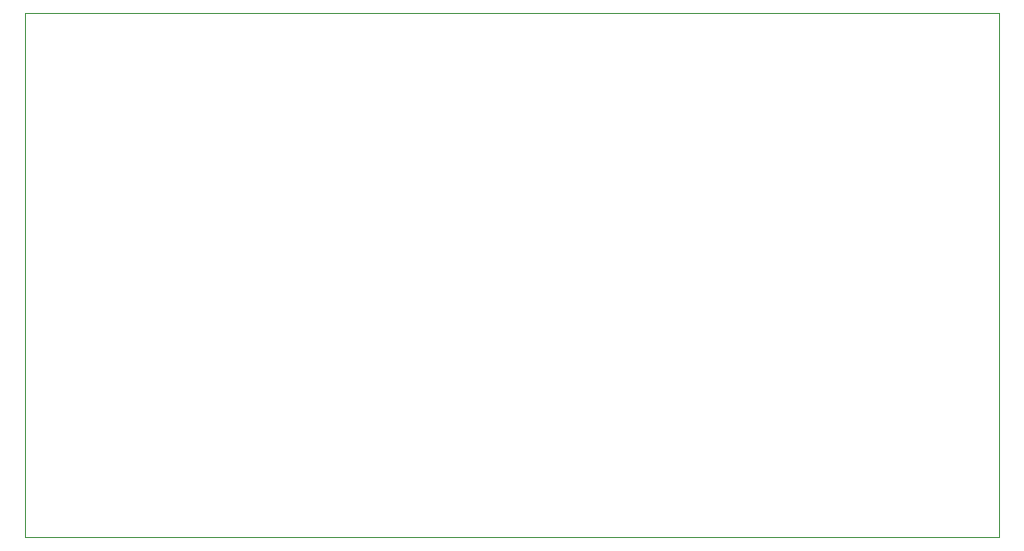
<source format=gm1>
G04 #@! TF.GenerationSoftware,KiCad,Pcbnew,7.0.7*
G04 #@! TF.CreationDate,2023-09-05T00:15:25-07:00*
G04 #@! TF.ProjectId,Power Supply Board Ground Systems V1.1,506f7765-7220-4537-9570-706c7920426f,rev?*
G04 #@! TF.SameCoordinates,Original*
G04 #@! TF.FileFunction,Profile,NP*
%FSLAX46Y46*%
G04 Gerber Fmt 4.6, Leading zero omitted, Abs format (unit mm)*
G04 Created by KiCad (PCBNEW 7.0.7) date 2023-09-05 00:15:25*
%MOMM*%
%LPD*%
G01*
G04 APERTURE LIST*
G04 #@! TA.AperFunction,Profile*
%ADD10C,0.100000*%
G04 #@! TD*
G04 APERTURE END LIST*
D10*
X25400000Y-25400000D02*
X107950000Y-25400000D01*
X107950000Y-69850000D01*
X25400000Y-69850000D01*
X25400000Y-25400000D01*
M02*

</source>
